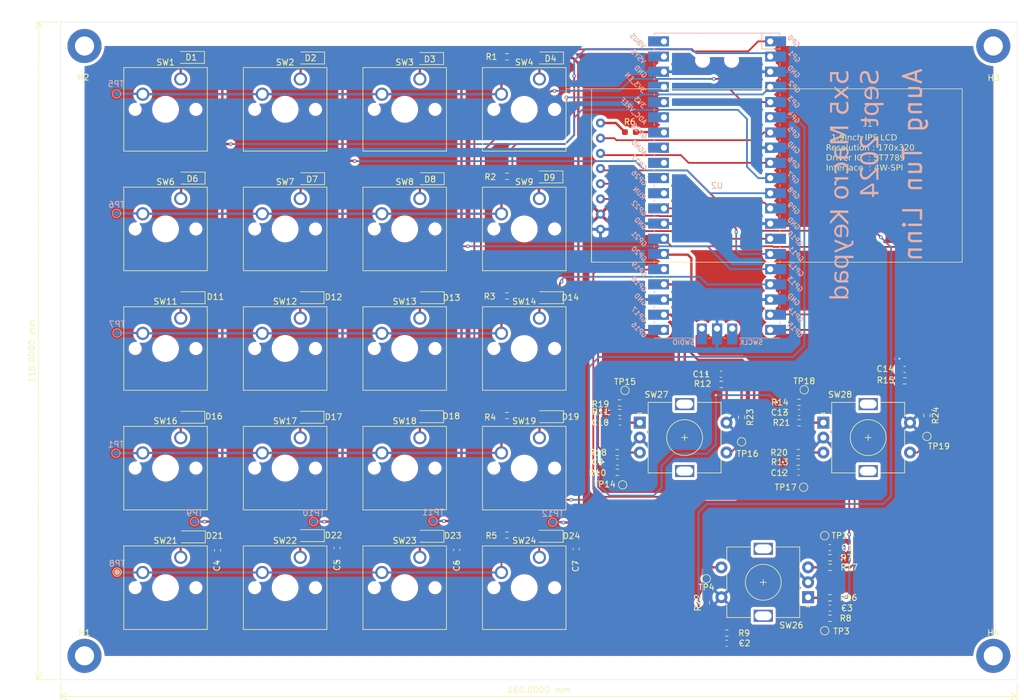
<source format=kicad_pcb>
(kicad_pcb (version 20240108) (generator "pcbnew") (generator_version "8.0")
  (layers (0 "F.Cu" signal) (31 "B.Cu" signal) (34 "B.Paste" user) (35 "F.Paste" user) (36 "B.SilkS" user "B.Silkscreen") (37 "F.SilkS" user "F.Silkscreen") (38 "B.Mask" user) (39 "F.Mask" user) (44 "Edge.Cuts" user))
  (net 0 "")
  (net 1 "C1")
  (net 2 "Net-(D1-A)")
  (net 3 "Ro1_B")
  (net 4 "C2")
  (net 5 "Net-(D2-A)")
  (net 6 "GND")
  (net 7 "C3")
  (net 8 "Net-(D3-A)")
  (net 9 "C4")
  (net 11 "Net-(D4-A)")
  (net 14 "Net-(D6-A)")
  (net 15 "Net-(D7-A)")
  (net 16 "Net-(D8-A)")
  (net 18 "Net-(D9-A)")
  (net 19 "Net-(D11-A)")
  (net 20 "Net-(D12-A)")
  (net 21 "Net-(D13-A)")
  (net 22 "Ro1_S1")
  (net 23 "Ro1_A")
  (net 27 "Net-(D14-A)")
  (net 28 "Net-(D16-A)")
  (net 29 "Net-(D17-A)")
  (net 30 "Net-(D18-A)")
  (net 31 "Net-(D19-A)")
  (net 32 "Net-(D21-A)")
  (net 33 "Net-(D22-A)")
  (net 34 "Net-(D23-A)")
  (net 35 "Net-(D24-A)")
  (net 36 "R1")
  (net 37 "Net-(R1-Pad2)")
  (net 38 "Net-(R2-Pad2)")
  (net 39 "R2")
  (net 40 "R3")
  (net 41 "Net-(R3-Pad2)")
  (net 42 "R4")
  (net 43 "Net-(R4-Pad2)")
  (net 44 "R5")
  (net 45 "Net-(R5-Pad2)")
  (net 46 "LCD_CS")
  (net 47 "LCD_RESET")
  (net 48 "LCD_SCL")
  (net 49 "LCD_DS")
  (net 50 "Ro2_B")
  (net 51 "Ro2_A")
  (net 52 "Ro2_S1")
  (net 53 "3V3")
  (net 54 "Net-(J1-BLK)")
  (net 55 "LCD_MOSI")
  (net 56 "Ro3_B")
  (net 57 "Ro3_A")
  (net 58 "Ro3_S1")
  (net 59 "Net-(U2-GPIO16)")
  (net 60 "Net-(U2-GPIO17)")
  (net 61 "Net-(U2-GPIO19)")
  (net 62 "Net-(U2-GPIO18)")
  (net 63 "Net-(U2-GPIO21)")
  (net 64 "Net-(U2-GPIO20)")
  (net 65 "Net-(U2-GPIO22)")
  (net 67 "Net-(U2-GPIO28_ADC2)")
  (net 68 "Net-(U2-GPIO15)")
  (net 69 "Net-(U2-GPIO14)")
  (footprint "Capacitor_SMD:C_0603_1608Metric_Pad1.08x0.95mm_HandSolder" (layer "F.Cu") (at 142.9125 93.8 180)
    (property "Reference" "C12")
    (property "Value" "10nF" (hide yes))
  )
  (footprint "Resistor_SMD:R_0603_1608Metric_Pad0.98x0.95mm_HandSolder" (layer "F.Cu") (at 148.2125 108.1)
    (property "Reference" "R7")
    (property "Value" "3K3" (hide yes))
  )
  (footprint "Resistor_SMD:R_0603_1608Metric_Pad0.98x0.95mm_HandSolder" (layer "F.Cu") (at 94.15 24.3 180)
    (property "Reference" "R1")
    (property "Value" "10K" (hide yes))
  )
  (footprint "Capacitor_SMD:C_0603_1608Metric_Pad1.08x0.95mm_HandSolder" (layer "F.Cu") (at 85.75 106.7625 -90)
    (property "Reference" "C6")
    (property "Value" "1nF" (hide yes))
  )
  (footprint "Button_Switch_Keyboard:SW_Cherry_MX_1.00u_PCB_3D" (layer "F.Cu") (at 59.59 108.02)
    (property "Reference" "SW22")
    (property "Value" "SW_Push")
  )
  (footprint "Resistor_SMD:R_0603_1608Metric_Pad0.98x0.95mm_HandSolder" (layer "F.Cu") (at 112.9875 82.2)
    (property "Reference" "R19")
    (property "Value" "330" (hide yes))
  )
  (footprint "Button_Switch_Keyboard:SW_Cherry_MX_1.00u_PCB_3D" (layer "F.Cu") (at 59.59 88.02)
    (property "Reference" "SW17")
    (property "Value" "SW_Push")
  )
  (footprint "Resistor_SMD:R_0603_1608Metric_Pad0.98x0.95mm_HandSolder" (layer "F.Cu") (at 143.0125 85.5)
    (property "Reference" "R21")
    (property "Value" "330" (hide yes))
  )
  (footprint "Resistor_SMD:R_0603_1608Metric_Pad0.98x0.95mm_HandSolder" (layer "F.Cu") (at 133.4 84.6 -90)
    (property "Reference" "R23")
    (property "Value" "330" (hide yes))
  )
  (footprint "Button_Switch_Keyboard:SW_Cherry_MX_1.00u_PCB_3D" (layer "F.Cu") (at 79.59 88.02)
    (property "Reference" "SW18")
    (property "Value" "SW_Push")
  )
  (footprint "MountingHole:MountingHole_3.2mm_M3_ISO7380_Pad" (layer "F.Cu") (at 23.5 124.5)
    (property "Reference" "H1")
    (property "Value" "MountingHole")
  )
  (footprint "Resistor_SMD:R_0603_1608Metric_Pad0.98x0.95mm_HandSolder" (layer "F.Cu") (at 130.9125 120.7)
    (property "Reference" "R9")
    (property "Value" "3K3" (hide yes))
  )
  (footprint "Capacitor_SMD:C_0603_1608Metric_Pad1.08x0.95mm_HandSolder" (layer "F.Cu") (at 45.75 106.8625 -90)
    (property "Reference" "C4")
    (property "Value" "1nF" (hide yes))
  )
  (footprint "Library:RotaryEncoder_Alps_EC11E-Switch_Vertical_H20mm_3D" (layer "F.Cu") (at 147.075 85.5)
    (property "Reference" "SW28")
    (property "Value" "RotaryEncoder 1")
  )
  (footprint "Diode_SMD:D_SOD-123" (layer "F.Cu") (at 81.2 24.6 180)
    (property "Reference" "D3")
    (property "Value" "1N4148W" (hide yes))
  )
  (footprint "Diode_SMD:D_SOD-123" (layer "F.Cu") (at 61.3 24.5 180)
    (property "Reference" "D2")
    (property "Value" "1N4148W" (hide yes))
  )
  (footprint "Resistor_SMD:R_0603_1608Metric_Pad0.98x0.95mm_HandSolder" (layer "F.Cu") (at 164.4 84.3 -90)
    (property "Reference" "R24")
    (property "Value" "330" (hide yes))
  )
  (footprint "TestPoint:TestPoint_Pad_D1.0mm" (layer "F.Cu") (at 127.5 111.6 180)
    (property "Reference" "TP4")
    (property "Value" "TestPoint" (hide yes))
  )
  (footprint "Button_Switch_Keyboard:SW_Cherry_MX_1.00u_PCB_3D" (layer "F.Cu") (at 99.59 108.02)
    (property "Reference" "SW24")
    (property "Value" "SW_Push")
  )
  (footprint "Resistor_SMD:R_0603_1608Metric_Pad0.98x0.95mm_HandSolder" (layer "F.Cu") (at 113.0125 83.8 180)
    (property "Reference" "R11")
    (property "Value" "3K3" (hide yes))
  )
  (footprint "Diode_SMD:D_SOD-123" (layer "F.Cu") (at 61.3 44.7 180)
    (property "Reference" "D7")
    (property "Value" "1N4148W" (hide yes))
  )
  (footprint "TestPoint:TestPoint_Pad_D1.0mm" (layer "F.Cu") (at 113.9 80.1)
    (property "Reference" "TP15")
    (property "Value" "TestPoint" (hide yes))
  )
  (footprint "Resistor_SMD:R_0603_1608Metric_Pad0.98x0.95mm_HandSolder" (layer "F.Cu") (at 142.8875 92.1 180)
    (property "Reference" "R13")
    (property "Value" "3K3" (hide yes))
  )
  (footprint "Library:RotaryEncoder_Alps_EC11E-Switch_Vertical_H20mm_3D" (layer "F.Cu") (at 144.525 114.7 180)
    (property "Reference" "SW26")
    (property "Value" "RotaryEncoder 3")
  )
  (footprint "TestPoint:TestPoint_Pad_D1.0mm" (layer "F.Cu") (at 147.3 104.4 180)
    (property "Reference" "TP2")
    (property "Value" "TestPoint" (hide yes))
  )
  (footprint "Diode_SMD:D_SOD-123" (layer "F.Cu") (at 81.3 64.6 180)
    (property "Reference" "D13")
    (property "Value" "1N4148W" (hide yes))
  )
  (footprint "Button_Switch_Keyboard:SW_Cherry_MX_1.00u_PCB_3D" (layer "F.Cu") (at 39.59 48.02)
    (property "Reference" "SW6")
    (property "Value" "SW_Push")
  )
  (footprint "Button_Switch_Keyboard:SW_Cherry_MX_1.00u_PCB_3D" (layer "F.Cu") (at 99.59 88.02)
    (property "Reference" "SW19")
    (property "Value" "SW_Push")
  )
  (footprint "Resistor_SMD:R_0603_1608Metric_Pad0.98x0.95mm_HandSolder" (layer "F.Cu") (at 114.8 36.9)
    (property "Reference" "R6")
    (property "Value" "0" (hide yes))
  )
  (footprint "TestPoint:TestPoint_Pad_D1.0mm" (layer "F.Cu") (at 133.4 88.7)
    (property "Reference" "TP16")
    (property "Value" "TestPoint" (hide yes))
  )
  (footprint "Resistor_SMD:R_0603_1608Metric_Pad0.98x0.95mm_HandSolder" (layer "F.Cu") (at 94.15 64.3 180)
    (property "Reference" "R3")
    (property "Value" "10K" (hide yes))
  )
  (footprint "Resistor_SMD:R_0603_1608Metric_Pad0.98x0.95mm_HandSolder" (layer "F.Cu") (at 94.15 104.3 180)
    (property "Reference" "R5")
    (property "Value" "10K" (hide yes))
  )
  (footprint "TestPoint:TestPoint_Pad_D1.0mm" (layer "F.Cu") (at 143.875 80)
    (property "Reference" "TP18")
    (property "Value" "TestPoint" (hide yes))
  )
  (footprint "Capacitor_SMD:C_0603_1608Metric_Pad1.08x0.95mm_HandSolder" (layer "F.Cu") (at 148.1625 116.5125)
    (property "Reference" "C3")
    (property "Value" "10nF" (hide yes))
  )
  (footprint "Button_Switch_Keyboard:SW_Cherry_MX_1.00u_PCB_3D" (layer "F.Cu") (at 99.59 28.02)
    (property "Reference" "SW4")
    (property "Value" "SW_Push")
  )
  (footprint "Diode_SMD:D_SOD-123" (layer "F.Cu") (at 61.25 104.4 180)
    (property "Reference" "D22")
    (property "Value" "1N4148W" (hide yes))
  )
  (footprint "Capacitor_SMD:C_0603_1608Metric_Pad1.08x0.95mm_HandSolder" (layer "F.Cu") (at 65.75 106.4625 -90)
    (property "Reference" "C5")
    (property "Value" "1nF" (hide yes))
  )
  (footprint "TestPoint:TestPoint_Pad_D1.0mm" (layer "F.Cu") (at 113.5 95.9)
    (property "Reference" "TP14")
    (property "Value" "TestPoint" (hide yes))
  )
  (footprint "Button_Switch_Keyboard:SW_Cherry_MX_1.00u_PCB_3D" (layer "F.Cu") (at 99.59 68.02)
    (property "Reference" "SW14")
    (property "Value" "SW_Push")
  )
  (footprint "MountingHole:MountingHole_3.2mm_M3_ISO7380_Pad" (layer "F.Cu") (at 23.5 22.5)
    (property "Reference" "H2")
    (property "Value" "MountingHole")
  )
  (footprint "Capacitor_SMD:C_0603_1608Metric_Pad1.08x0.95mm_HandSolder" (layer "F.Cu") (at 113.0375 85.4 180)
    (property "Reference" "C10")
    (property "Value" "10nF" (hide yes))
  )
  (footprint "Resistor_SMD:R_0603_1608Metric_Pad0.98x0.95mm_HandSolder" (layer "F.Cu") (at 94.15 44.3 180)
    (property "Reference" "R2")
    (property "Value" "10K" (hide yes))
  )
  (footprint "TestPoint:TestPoint_Pad_D1.0mm" (layer "F.Cu") (at 164.4 87.8)
    (property "Reference" "TP19")
    (property "Value" "TestPoint" (hide yes))
  )
  (footprint "Diode_SMD:D_SOD-123" (layer "F.Cu") (at 41.35 104.6 180)
    (property "Reference" "D21")
    (property "Value" "1N4148W" (hide yes))
  )
  (footprint "Button_Switch_Keyboard:SW_Cherry_MX_1.00u_PCB_3D" (layer "F.Cu") (at 99.59 48.02)
    (property "Reference" "SW9")
    (property "Value" "SW_Push")
  )
  (footprint "Diode_SMD:D_SOD-123" (layer "F.Cu") (at 101.25 64.6 180)
    (property "Reference" "D14")
    (property "Value" "1N4148W" (hide yes))
  )
  (footprint "Diode_SMD:D_SOD-123" (layer "F.Cu") (at 81.3 44.7 180)
    (property "Reference" "D8")
    (property "Value" "1N4148W" (hide yes))
  )
  (footprint "Button_Switch_Keyboard:SW_Cherry_MX_1.00u_PCB_3D" (layer "F.Cu") (at 39.59 88.02)
    (property "Reference" "SW16")
    (property "Value" "SW_Push")
  )
  (footprint "Diode_SMD:D_SOD-123" (layer "F.Cu") (at 81.2 84.5 180)
    (property "Reference" "D18")
    (property "Value" "1N4148W" (hide yes))
  )
  (footprint "Diode_SMD:D_SOD-123" (layer "F.Cu") (at 61.2 64.6 180)
    (property "Reference" "D12")
    (property "Value" "1N4148W" (hide yes))
  )
  (footprint "Diode_SMD:D_SOD-123" (layer "F.Cu") (at 41.3 44.6 180)
    (property "Reference" "D6")
    (property "Value" "1N4148W" (hide yes))
  )
  (footprint "Button_Switch_Keyboard:SW_Cherry_MX_1.00u_PCB_3D" (layer "F.Cu") (at 79.59 108.02)
    (property "Reference" "SW23")
    (property "Value" "SW_Push")
  )
  (footprint "Button_Switch_Keyboard:SW_Cherry_MX_1.00u_PCB" (layer "F.Cu") (at 39.59 28.02)
    (property "Reference" "SW1")
    (property "Value" "SW_Push")
  )
  (footprint "Capacitor_SMD:C_0603_1608Metric_Pad1.08x0.95mm_HandSolder" (layer "F.Cu") (at 105.75 106.6375 -90)
    (property "Reference" "C7")
    (property "Value" "1nF" (hide yes))
  )
  (footprint "Button_Switch_Keyboard:SW_Cherry_MX_1.00u_PCB_3D" (layer "F.Cu") (at 79.59 68.02)
    (property "Reference" "SW13")
    (property "Value" "SW_Push")
  )
  (footprint "Resistor_SMD:R_0603_1608Metric_Pad0.98x0.95mm_HandSolder" (layer "F.Cu") (at 142.9875 82.1 180)
    (property "Reference" "R14")
    (property "Value" "3K3" (hide yes))
  )
  (footprint "Resistor_SMD:R_0603_1608Metric_Pad0.98x0.95mm_HandSolder" (layer "F.Cu") (at 112.6125 93.8 180)
    (property "Reference" "R10")
    (property "Value" "3K3" (hide yes))
  )
  (footprint "Diode_SMD:D_SOD-123" (layer "F.Cu") (at 101.25 84.5 180)
    (property "Reference" "D19")
    (property "Value" "1N4148W" (hide yes))
  )
  (footprint "Diode_SMD:D_SOD-123" (layer "F.Cu") (at 41.25 84.6 180)
    (property "Reference" "D16")
    (property "Value" "1N4148W" (hide yes))
  )
  (footprint "Resistor_SMD:R_0603_1608Metric_Pad0.98x0.95mm_HandSolder" (layer "F.Cu") (at 127.5 115.6125 90)
    (property "Reference" "R22")
    (property "Value" "330" (hide yes))
  )
  (footprint "Resistor_SMD:R_0603_1608Metric_Pad0.98x0.95mm_HandSolder" (layer "F.Cu") (at 148.1875 114.8 180)
    (property "Reference" "R16")
    (property "Value" "330" (hide yes))
  )
  (footprint "ST7789:st7789_1.9inch" (layer "F.Cu") (at 109.8 53.16 90)
    (property "Reference" "J1")
    (property "Value" "~")
  )
  (footprint "Capacitor_SMD:C_0603_1608Metric_Pad1.08x0.95mm_HandSolder" (layer "F.Cu") (at 148.1625 106.4)
    (property "Reference" "C1")
    (property "Value" "10nF" (hide yes))
  )
  (footprint "Button_Switch_Keyboard:SW_Cherry_MX_1.00u_PCB_3D" (layer "F.Cu") (at 39.59 68.02)
    (property "Reference" "SW11")
    (property "Value" "SW_Push")
  )
  (footprint "Diode_SMD:D_SOD-123" (layer "F.Cu") (at 101.15 44.4 180)
    (property "Reference" "D9")
    (property "Value" "1N4148W" (hide yes))
  )
  (footprint "Capacitor_SMD:C_0603_1608Metric_Pad1.08x0.95mm_HandSolder" (layer "F.Cu") (at 112.6375 92.1 180)
    (property "Reference" "C9")
    (property "Value" "10nF" (hide yes))
  )
  (footprint "Capacitor_SMD:C_0603_1608Metric_Pad1.08x0.95mm_HandSolder" (layer "F.Cu") (at 129.9375 77.4 180)
    (property "Reference" "C11")
    (property "Value" "10nF" (hide yes))
  )
  (footprint "Button_Switch_Keyboard:SW_Cherry_MX_1.00u_PCB_3D" (layer "F.Cu") (at 39.59 108.02)
    (property "Reference" "SW21")
    (property "Value" "SW_Push")
  )
  (footprint "Diode_SMD:D_SOD-123" (layer "F.Cu") (at 41.2 24.4 180)
    (property "Reference" "D1")
    (property "Value" "1N4148W" (hide yes))
  )
  (footprint "Library:RotaryEncoder_Alps_EC11E-Switch_Vertical_H20mm_3D" (layer "F.Cu") (at 116.375 85.5)
    (property "Reference" "SW27")
    (property "Value" "RotaryEncoder 2")
  )
  (footprint "Capacitor_SMD:C_0603_1608Metric_Pad1.08x0.95mm_HandSolder" (layer "F.Cu") (at 143.0125 83.8 180)
    (property "Reference" "C13")
    (property "Value" "10nF" (hide yes))
  )
  (footprint "MountingHole:MountingHole_3.2mm_M3_ISO7380_Pad" (layer "F.Cu") (at 175.5 124.5)
    (property "Reference" "H4")
    (property "Value" "MountingHole")
  )
  (footprint "Button_Switch_Keyboard:SW_Cherry_MX_1.00u_PCB_3D" (layer "F.Cu") (at 59.59 28.02)
    (property "Reference" "SW2")
    (property "Value" "SW_Push")
  )
  (footprint "Diode_SMD:D_SOD-123" (layer "F.Cu") (at 101.25 24.5 180)
    (property "Reference" "D4")
    (property "Value" "1N4148W" (hide yes))
  )
  (footprint "Button_Switch_Keyboard:SW_Cherry_MX_1.00u_PCB_3D" (layer "F.Cu") (at 59.59 48.02)
    (property "Reference" "SW7")
    (property "Value" "SW_Push")
  )
  (footprint "Diode_SMD:D_SOD-123" (layer "F.Cu") (at 41.3 64.6 180)
    (property "Reference" "D11")
    (property "Value" "1N4148W" (hide yes))
  )
  (footprint "Button_Switch_Keyboard:SW_Cherry_MX_1.00u_PCB_3D" (layer "F.Cu") (at 79.59 48.02)
    (property "Reference" "SW8")
    (property "Value" "SW_Push")
  )
  (footprint "Button_Switch_Keyboard:SW_Cherry_MX_1.00u_PCB_3D" (layer "F.Cu") (at 59.59 68.02)
    (property "Reference" "SW12")
    (property "Value" "SW_Push")
  )
  (footprint "Button_Switch_Keyboard:SW_Cherry_MX_1.00u_PCB_3D" (layer "F.Cu") (at 79.59 28.02)
    (property "Reference" "SW3")
    (property "Value" "SW_Push")
  )
  (footprint "MountingHole:MountingHole_3.2mm_M3_ISO7380_Pad" (layer "F.Cu") (at 175.5 22.5)
    (property "Reference" "H3")
    (property "Value" "MountingHole")
  )
  (footprint "TestPoint:TestPoint_Pad_D1.0mm" (layer "F.Cu") (at 28.95 110.5)
    (property "Reference" "TP8")
    (property "Value" "TestPoint" (hide yes))
  )
  (footprint "Resistor_SMD:R_0603_1608Metric_Pad0.98x0.95mm_HandSolder" (layer "F.Cu") (at 160.6875 78.5 180)
    (property "Reference" "R15")
    (property "Value" "3K3" (hide yes))
  )
  (footprint "Resistor_SMD:R_0603_1608Metric_Pad0.98x0.95mm_HandSolder" (layer "F.Cu") (at 94.15 84.3 180)
    (property "Reference" "R4")
    (property "Value" "10K" (hide yes))
  )
  (footprint "Resistor_SMD:R_0603_1608Metric_Pad0.98x0.95mm_HandSolder" (layer "F.Cu") (at 148.2125 109.7 180)
    (property "Reference" "R17")
    (property "Value" "330" (hide yes))
  )
  (footprint "Capacitor_SMD:C_0603_1608Metric_Pad1.08x0.95mm_HandSolder" (layer "F.Cu") (at 160.6625 76.6 180)
    (property "Reference" "C14")
    (property "Value" "10nF" (hide yes))
  )
  (footprint "Resistor_SMD:R_0603_1608Metric_Pad0.98x0.95mm_HandSolder" (layer "F.Cu") (at 142.8875 90.5)
    (property "Reference" "R20")
    (property "Value" "330" (hide yes))
  )
  (footprint "Resistor_SMD:R_0603_1608Metric_Pad0.98x0.95mm_HandSolder" (layer "F.Cu") (at 112.6 90.5)
    (property "Reference" "R18")
    (property "Value" "330" (hide yes))
  )
  (footprint "Resistor_SMD:R_0603_1608Metric_Pad0.98x0.95mm_HandSolder" (layer "F.Cu") (at 148.1875 118.2125)
    (property "Reference" "R8")
    (property "Value" "3K3" (hide yes))
  )
  (footprint "Diode_SMD:D_SOD-123" (layer "F.Cu") (at 81.25 104.5 180)
    (property "Reference" "D23")
    (property "Value" "1N4148W" (hide yes))
  )
  (footprint "TestPoint:TestPoint_Pad_D1.0mm" (layer "F.Cu") (at 143.775 96.3)
    (property "Reference" "TP17")
    (property "Value" "TestPoint" (hide yes))
  )
  (footprint "Diode_SMD:D_SOD-123" (layer "F.Cu") (at 101.2 104.5 180)
    (property "Reference" "D24")
    (property "Value" "1N4148W" (hide yes))
  )
  (footprint "Capacitor_SMD:C_0603_1608Metric_Pad1.08x0.95mm_HandSolder" (layer "F.Cu") (at 130.9 122.4)
    (property "Reference" "C2")
    (property "Value" "10nF" (hide yes))
  )
  (footprint "Resistor_SMD:R_0603_1608Metric_Pad0.98x0.95mm_HandSolder" (layer "F.Cu") (at 129.9875 79.1 180)
    (property "Reference" "R12")
    (property "Value" "3K3" (hide yes))
  )
  (footprint "Diode_SMD:D_SOD-123" (layer "F.Cu") (at 61.2 84.6 180)
    (property "Reference" "D17")
    (property "Value" "1N4148W" (hide yes))
  )
  (footprint "TestPoint:TestPoint_Pad_D1.0mm" (layer "F.Cu") (at 147.3 120.3 180)
    (property "Reference" "TP3")
    (property "Value" "TestPoint" (hide yes))
  )
  (footprint "TestPoint:TestPoint_Pad_D1.0mm" (layer "B.Cu") (at 61.8 102.05 180)
    (property "Reference" "TP10")
    (property "Value" "TestPoint" (hide yes))
  )
  (footprint "TestPoint:TestPoint_Pad_D1.0mm" (layer "B.Cu") (at 101.8 102.15 180)
    (property "Reference" "TP12")
    (property "Value" "TestPoint" (hide yes))
  )
  (footprint "TestPoint:TestPoint_Pad_D1.0mm" (layer "B.Cu") (at 28.85 30.5 180)
    (property "Reference" "TP5")
    (property "Value" "TestPoint" (hide yes))
  )
  (footprint "TestPoint:TestPoint_Pad_D1.0mm" (layer "B.Cu") (at 41.9 102.05 180)
    (property "Reference" "TP9")
    (property "Value" "TestPoint" (hide yes))
  )
  (footprint "TestPoint:TestPoint_Pad_D1.0mm" (layer "B.Cu") (at 28.85 50.5 180)
    (property "Reference" "TP6")
    (property "Value" "TestPoint" (hide yes))
  )
  (footprint "MCU_RaspberryPi_and_Boards:RPi_Pico_SMD_TH" (layer "B.Cu") (at 129.3 45.855 180)
    (property "Reference" "U2")
    (property "Value" "Pico")
  )
  (footprint "TestPoint:TestPoint_Pad_D1.0mm" (layer "B.Cu") (at 81.8 101.95 180)
    (property "Reference" "TP11")
    (property "Value" "TestPoint" (hide yes))
  )
  (footprint "TestPoint:TestPoint_Pad_D1.0mm" (layer "B.Cu") (at 28.95 70.5 180)
    (property "Reference" "TP7")
    (property "Value" "TestPoint" (hide yes))
  )
  (footprint "TestPoint:TestPoint_Pad_D1.0mm" (layer "B.Cu") (at 28.75 90.6 180)
    (property "Reference" "TP1")
    (property "Value" "TestPoint" (hide yes))
  )
  (gr_line (start 108.3 29.66) (end 104.05 29.65) (stroke (width 0.1)) (layer "F.SilkS"))
  (gr_line (start 19.5 18.5) (end 19.5 128.5) (stroke (width 0.05)) (layer "Edge.Cuts"))
  (gr_line (start 19.5 128.5) (end 179.5 128.5) (stroke (width 0.05)) (layer "Edge.Cuts"))
  (gr_line (start 19.5 18.5) (end 179.5 18.5) (stroke (width 0.05)) (layer "Edge.Cuts"))
  (gr_line (start 179.5 18.5) (end 179.5 128.5) (stroke (width 0.05)) (layer "Edge.Cuts"))
  (gr_text "Aung Tun Linn\n" (at 163.8 26 90) (layer "B.SilkS") (effects (font (size 3 3) (thickness 0.4) (bold yes)) (justify left bottom mirror)))
  (gr_text "5x5 Macro Keypad\nSept 2024\n" (at 156.8 26.4 90) (layer "B.SilkS") (effects (font (size 3 3) (thickness 0.1)) (justify left bottom mirror)))
  (gr_text "  1.9Inch IPS LCD\nResolution : 170x320\nDriver IC  : ST7789\nInterface  : 4W-SPI" (at 147.5 43.5 0) (layer "F.SilkS") (effects (font (size 1 1) (thickness 0.25)) (justify left bottom)))
  (dimension (type aligned) (layer "F.SilkS") (pts (xy 19.5 18.5) (xy 19.4 128.5)) (height 3.649788) (gr_text "110.0000 mm" (at 14.700214 73.495682 89.94791294) (layer "F.SilkS") (effects (font (size 1 1) (thickness 0.1)))) (format (prefix "") (suffix "") (units 3) (units_format 1) (precision 4)) (style (thickness 0.1) (arrow_length 1.27) (text_position_mode 0) (extension_height 0.58642) (extension_offset 0.5) keep_text_aligned))
  (dimension (type aligned) (layer "F.SilkS") (pts (xy 19.5 128.5) (xy 179.5 128.5)) (height 2.8) (gr_text "160.0000 mm" (at 99.5 130.2 0) (layer "F.SilkS") (effects (font (size 1 1) (thickness 0.1)))) (format (prefix "") (suffix "") (units 3) (units_format 1) (precision 4)) (style (thickness 0.1) (arrow_length 1.27) (text_position_mode 0) (extension_height 0.58642) (extension_offset 0.5) keep_text_aligned))
  (segment (start 46.55 64.4) (end 46.55 84.4) (width 0.4) (layer "F.Cu") (net 1))
  (segment (start 42.95 64.6) (end 46.35 64.6) (width 0.4) (layer "F.Cu") (net 1))
  (segment (start 46.35 64.6) (end 46.55 64.4) (width 0.4) (layer "F.Cu") (net 1))
  (segment (start 45.55 24.4) (end 46.55 25.4) (width 0.4) (layer "F.Cu") (net 1))
  (segment (start 45.75 106) (end 45.75 104.6) (width 0.4) (layer "F.Cu") (net 1))
  (segment (start 42.95 44.6) (end 46.55 44.6) (width 0.4) (layer "F.Cu") (net 1))
  (segment (start 46.55 38.9) (end 46.55 44.6) (width 0.4) (layer "F.Cu") (net 1))
  (segment (start 46.55 104.6) (end 45.75 104.6) (width 0.4) (layer "F.Cu") (net 1))
  (segment (start 46.55 102.05) (end 46.55 104.6) (width 0.4) (layer "F.Cu") (net 1))
  (segment (start 45.15 104.6) (end 44.15 104.6) (width 0.4) (layer "F.Cu") (net 1))
  (segment (start 46.35 84.6) (end 46.55 84.4) (width 0.4) (layer "F.Cu") (net 1))
  (segment (start 43.6 102.05) (end 46.55 102.05) (width 0.4) (layer "F.Cu") (net 1))
  (segment (start 42.85 24.4) (end 45.55 24.4) (width 0.4) (layer "F.Cu") (net 1))
  (segment (start 46.55 84.4) (end 46.55 102.05) (width 0.4) (layer "F.Cu") (net 1))
  (segment (start 45.75 104.6) (end 45.15 104.6) (width 0.4) (layer "F.Cu") (net 1))
  (segment (start 43 104.6) (end 44.15 104.6) (width 0.4) (layer "F.Cu") (net 1))
  (segment (start 46.55 25.4) (end 46.55 38.9) (width 0.4) (layer "F.Cu") (net 1))
  (segment (start 47.95 38.9) (end 46.55 38.9) (width 0.4) (layer "F.Cu") (net 1))
  (segment (start 42.9 84.6) (end 46.35 84.6) (width 0.4) (layer "F.Cu") (net 1))
  (segment (start 46.55 44.6) (end 46.55 64.4) (width 0.4) (layer "F.Cu") (net 1))
  (via (at 47.95 38.9) (size 0.6) (drill 0.3) (layers "F.Cu" "B.Cu") (net 1))
  (via (at 43.6 102.05) (size 0.6) (drill 0.3) (layers "F.Cu" "B.Cu") (net 1))
  (segment (start 136.2 44.6) (end 138.175 44.6) (width 0.3) (layer "B.Cu") (net 1))
  (segment (start 138.175 44.6) (end 138.19 44.585) (width 0.3) (layer "B.Cu") (net 1))
  (segment (start 134.3 34.7) (end 134.3 42.7) (width 0.3) (layer "B.Cu") (net 1))
  (segment (start 134.3 42.7) (end 136.2 44.6) (width 0.3) (layer "B.Cu") (net 1))
  (segment (start 105.4 37.4) (end 105.4 34.5) (width 0.3) (layer "B.Cu") (net 1))
  (segment (start 47.95 38.9) (end 103.9 38.9) (width 0.3) (layer "B.Cu") (net 1))
  (segment (start 106.8 33.175) (end 132.775 33.175) (width 0.3) (layer "B.Cu") (net 1))
  (segment (start 41.9 102.05) (end 43.6 102.05) (width 0.4) (layer "B.Cu") (net 1))
  (segment (start 105.4 34.5) (end 106.725 33.175) (width 0.3) (layer "B.Cu") (net 1))
  (segment (start 106.725 33.175) (end 106.8 33.175) (width 0.3) (layer "B.Cu") (net 1))
  (segment (start 132.775 33.175) (end 134.3 34.7) (width 0.3) (layer "B.Cu") (net 1))
  (segment (start 103.9 38.9) (end 105.4 37.4) (width 0.3) (layer "B.Cu") (net 1))
  (segment (start 39.59 24.44) (end 39.55 24.4) (width 0.4) (layer "F.Cu") (net 2))
  (segment (start 39.59 28.02) (end 39.59 24.44) (width 0.4) (layer "F.Cu") (net 2))
  (segment (start 147.3 106.4) (end 147.3 109.7) (width 0.4) (layer "F.Cu") (net 3))
  (segment (start 147.3 109.7) (end 144.525 109.7) (width 0.4) (layer "F.Cu") (net 3))
  (segment (start 147.3 104.4) (end 147.3 106.4) (width 0.4) (layer "F.Cu") (net 3))
  (segment (start 66.65 44.7) (end 66.65 64.7) (width 0.4) (layer "F.Cu") (net 4))
  (segment (start 62.95 44.7) (end 66.65 44.7) (width 0.3) (layer "F.Cu") (net 4))
  (segment (start 68.7 41.75) (end 68.65 41.7) (width 0.4) (layer "F.Cu") (net 4))
  (segment (start 66.65 84.6) (end 66.65 102.05) (width 0.4) (layer "F.Cu") (net 4))
  (segment (start 65.75 104.4) (end 65.75 105.6) (width 0.4) (layer "F.Cu") (net 4))
  (segment (start 66.65 41.3) (end 66.65 44.7) (width 0.4) (layer "F.Cu") (net 4))
  (segment (start 62.85 64.6) (end 66.55 64.6) (width 0.3) (layer "F.Cu") (net 4))
  (segment (start 68.65 41.7) (end 66.65 41.7) (width 0.4) (layer "F.Cu") (net 4))
  (segment (start 66.65 104.3) (end 66.55 104.4) (width 0.4) (layer "F.Cu") (net 4))
  (segment (start 66.65 41.7) (end 66.65 41.3) (width 0.4) (layer "F.Cu") (net 4))
  (segment (start 66.55 104.4) (end 65.75 104.4) (width 0.4) (layer "F.Cu") (net 4))
  (segment (start 62.9 104.4) (end 64.15 104.4) (width 0.4) (layer "F.Cu") (net 4))
  (segment (start 65.25 24.5) (end 66.65 25.9) (width 0.4) (layer "F.Cu") (net 4))
  (segment (start 66.65 25.9) (end 66.65 41.3) (width 0.4) (layer "F.Cu") (net 4))
  (segment (start 66.65 64.7) (end 66.65 84.6) (width 0.4) (layer "F.Cu") (net 4))
  (segment (start 62.95 24.5) (end 65.25 24.5) (width 0.4) (layer "F.Cu") (net 4))
  (segment (start 65.35 104.4) (end 64.15 104.4) (width 0.4) (layer "F.Cu") (net 4))
  (segment (start 66.65 102.05) (end 66.65 104.3) (width 0.4) (layer "F.Cu") (net 4))
  (segment (start 66.55 64.6) (end 66.65 64.7) (width 0.3) (layer "F.Cu") (net 4))
  (segment (start 62.85 84.6) (end 66.65 84.6) (width 0.3) (layer "F.Cu") (net 4))
  (segment (start 65.75 104.4) (end 65.35 104.4) (width 0.4) (layer "F.Cu") (net 4))
  (segment (start 63.6 102.05) (end 66.65 102.05) (width 0.4) (layer "F.Cu") (net 4))
  (via (at 63.6 102.05) (size 0.6) (drill 0.3) (layers "F.Cu" "B.Cu") (net 4))
  (via (at 68.7 41.75) (size 0.6) (drill 0.3) (layers "F.Cu" "B.Cu") (net 4))
  (segment (start 115.65 41.75) (end 117.2 43.3) (width 0.3) (layer "B.Cu") (net 4))
  (segment (start 68.7 41.75) (end 115.65 41.75) (width 0.3) (layer "B.Cu") (net 4))
  (segment (start 128.125 47.125) (end 138.19 47.125) (width 0.3) (layer "B.Cu") (net 4))
  (segment (start 61.8 102.05) (end 63.6 102.05) (width 0.4) (layer "B.Cu") (net 4))
  (segment (start 124.3 43.3) (end 128.125 47.125) (width 0.3) (layer "B.Cu") (net 4))
  (segment (start 117.2 43.3) (end 124.3 43.3) (width 0.3) (layer "B.Cu") (net 4))
  (segment (start 59.65 24.5) (end 59.65 27.96) (width 0.4) (layer "F.Cu") (net 5))
  (segment (start 59.65 27.96) (end 59.59 28.02) (width 0.4) (layer "F.Cu") (net 5))
  (segment (start 129.075 77.4) (end 127.6 77.4) (width 0.4) (layer "F.Cu") (net 6))
  (segment (start 131.7625 122.4) (end 133.4 122.4) (width 0.4) (layer "F.Cu") (net 6))
  (segment (start 149.025 106.4) (end 150.5 106.4) (width 0.4) (layer "F.Cu") (net 6))
  (segment (start 85.75 107.625) (end 85.75 108.8) (width 0.4) (layer "F.Cu") (net 6))
  (segment (start 65.75 107.325) (end 65.75 108.7) (width 0.4) (layer "F.Cu") (net 6))
  (segment (start 142.15 83.8) (end 140.575 83.8) (width 0.4) (layer "F.Cu") (net 6))
  (segment (start 142.05 93.8) (end 140.275 93.8) (width 0.4) (layer "F.Cu") (net 6))
  (segment (start 159.8 76.6) (end 159.8 74.8) (width 0.3) (layer "F.Cu") (net 6))
  (segment (start 111.775 92.1) (end 110.3 92.1) (width 0.4) (layer "F.Cu") (net 6))
  (segment (start 45.75 107.725) (end 45.75 108.9) (width 0.4) (layer "F.Cu") (net 6))
  (segment (start 150.4875 116.5125) (end 150.5 116.5) (width 0.4) (layer "F.Cu") (net 6))
  (segment (start 105.75 107.5) (end 105.75 108.9) (width 0.4) (layer "F.Cu") (net 6))
  (segment (start 130.9 85.475) (end 130.875 85.5) (width 0.4) (layer "F.Cu") (net 6))
  (segment (start 112.175 85.4) (end 110.8 85.4) (width 0.4) (layer "F.Cu") (net 6))
  (segment (start 130 114.725) (end 130.025 114.7) (width 0.4) (layer "F.Cu") (net 6))
  (segment (start 149.025 116.5125) (end 150.4875 116.5125) (width 0.4) (layer "F.Cu") (net 6))
  (via (at 159.8 74.8) (size 0.6) (drill 0.3) (layers "F.Cu" "B.Cu") (net 6))
  (via (at 140.275 93.8) (size 0.6) (drill 0.3) (layers "F.Cu" "B.Cu") (net 6))
  (via (at 105.75 108.9) (size 0.6) (drill 0.3) (layers "F.Cu" "B.Cu") (net 6))
  (via (at 65.75 108.7) (size 0.6) (drill 0.3) (layers "F.Cu" "B.Cu") (net 6))
  (via (at 150.5 106.4) (size 0.6) (drill 0.3) (layers "F.Cu" "B.Cu") (net 6))
  (via (at 133.4 122.4) (size 0.6) (drill 0.3) (layers "F.Cu" "B.Cu") (net 6))
  (via (at 140.575 83.8) (size 0.6) (drill 0.3) (layers "F.Cu" "B.Cu") (net 6))
  (via (at 110.8 85.4) (size 0.6) (drill 0.3) (layers "F.Cu" "B.Cu") (net 6))
  (via (at 85.75 108.8) (size 0.6) (drill 0.3) (layers "F.Cu" "B.Cu") (net 6))
  (via (at 150.5 116.5) (size 0.6) (drill 0.3) (layers "F.Cu" "B.Cu") (net 6))
  (via (at 110.3 92.1) (size 0.6) (drill 0.3) (layers "F.Cu" "B.Cu") (net 6))
  (via (at 45.75 108.9) (size 0.6) (drill 0.3) (layers "F.Cu" "B.Cu") (net 6))
  (via (at 127.6 77.4) (size 0.6) (drill 0.3) (layers "F.Cu" "B.Cu") (net 6))
  (segment (start 86.55 55.9) (end 86.55 64.5) (width 0.4) (layer "F.Cu") (net 7))
  (segment (start 86.55 44.5) (end 86.55 55.6) (width 0.4) (layer "F.Cu") (net 7))
  (segment (start 82.95 44.7) (end 86.35 44.7) (width 0.4) (layer "F.Cu") (net 7))
  (segment (start 83 104.4) (end 82.9 104.5) (width 0.4) (layer "F.Cu") (net 7))
  (segment (start 86.55 101.95) (end 86.55 104.4) (width 0.4) (layer "F.Cu") (net 7))
  (segment (start 82.95 64.6) (end 86.45 64.6) (width 0.4) (layer "F.Cu") (net 7))
  (segment (start 82.85 84.5) (end 86.45 84.5) (width 0.4) (layer "F.Cu") (net 7))
  (segment (start 87.6 56) (end 86.65 56) (width 0.3) (layer "F.Cu") (net 7))
  (segment (start 85.75 105.9) (end 85.75 104.5) (width 0.4) (layer "F.Cu") (net 7))
  (segment (start 86.55 84.6) (end 86.55 101.95) (width 0.4) (layer "F.Cu") (net 7))
  (segment (start 85.75 104.5) (end 85.65 104.4) (width 0.4) (layer "F.Cu") (net 7))
  (segment (start 83.6 101.95) (end 86.55 101.95) (width 0.4) (layer "F.Cu") (net 7))
  (segment (start 86.35 44.7) (end 86.55 44.5) (width 0.4) (layer "F.Cu") (net 7))
  (segment (start 86.45 64.6) (end 86.55 64.5) (width 0.4) (layer "F.Cu") (net 7))
  (segment (start 86.55 64.5) (end 86.55 84.6) (width 0.4) (layer "F.Cu") (net 7))
  (segment (start 82.85 24.6) (end 85.35 24.6) (width 0.4) (layer "F.Cu") (net 7))
  (segment (start 86.45 84.5) (end 86.55 84.6) (width 0.4) (layer "F.Cu") (net 7))
  (segment (start 85.35 24.6) (end 86.55 25.8) (width 0.4) (layer "F.Cu") (net 7))
  (segment (start 86.55 104.4) (end 85.65 104.4) (width 0.4) (layer "F.Cu") (net 7))
  (segment (start 86.55 55.6) (end 86.55 55.9) (width 0.4) (layer "F.Cu") (net 7))
  (segment (start 86.65 56) (end 86.55 55.9) (width 0.3) (layer "F.Cu") (net 7))
  (segment (start 85.65 104.4) (end 83 104.4) (width 0.4) (layer "F.Cu") (net 7))
  (segment (start 86.55 25.8) (end 86.55 44.5) (width 0.4) (layer "F.Cu") (net 7))
  (via (at 83.6 101.95) (size 0.6) (drill 0.3) (layers "F.Cu" "B.Cu") (net 7))
  (via (at 87.6 56) (size 0.6) (drill 0.3) (layers "F.Cu" "B.Cu") (net 7))
  (segment (start 127.7 56) (end 131.525 59.825) (width 0.3) (layer "B.Cu") (net 7))
  (segment (start 81.8 101.95) (end 83.6 101.95) (width 0.4) (layer "B.Cu") (net 7))
  (segment (start 87.6 56) (end 127.7 56) (width 0.3) (layer "B.Cu") (net 7))
  (segment (start 131.525 59.825) (end 138.19 59.825) (width 0.3) (layer "B.Cu") (net 7))
  (segment (start 79.55 24.6) (end 79.59 24.64) (width 0.4) (layer "F.Cu") (net 8))
  (segment (start 79.59 24.64) (end 79.59 28.02) (width 0.4) (layer "F.Cu") (net 8))
  (segment (start 102.8 44.4) (end 106.1 44.4) (width 0.4) (layer "F.Cu") (net 9))
  (segment (start 106.1 64.6) (end 106.1 84.5) (width 0.4) (layer "F.Cu") (net 9))
  (segment (start 103.3 61.9) (end 103 62.2) (width 0.3) (layer "F.Cu") (net 9))
  (segment (start 105.2 24.5) (end 106.1 25.4) (width 0.4) (layer "F.Cu") (net 9))
  (segment (start 106.2 104.6) (end 105.8 105) (width 0.3) (layer "F.Cu") (net 9))
  (segment (start 106.1 84.5) (end 106.2 84.6) (width 0.3) (layer "F.Cu") (net 9))
  (segment (start 106.1 44.4) (end 106.1 65.2) (width 0.4) (layer "F.Cu") (net 9))
  (segment (start 102.9 84.5) (end 106.1 84.5) (width 0.3) (layer "F.Cu") (net 9))
  (segment (start 102.9 24.5) (end 105.2 24.5) (width 0.4) (layer "F.Cu") (net 9))
  (segment (start 102.9 64.6) (end 106.1 64.6) (width 0.4) (layer "F.Cu") (net 9))
  (segment (start 105.9 105.625) (end 105.75 105.775) (width 0.4) (layer "F.Cu") (net 9))
  (segment (start 105.8 105.725) (end 105.75 105.775) (width 0.3) (layer "F.Cu") (net 9))
  (segment (start 103.6 102.2) (end 106.1 102.2) (width 0.4) (layer "F.Cu") (net 9))
  (segment (start 106.1 25.4) (end 106.1 44.4) (width 0.4) (layer "F.Cu") (net 9))
  (segment (start 105.8 105) (end 105.8 105.725) (width 0.3) (layer "F.Cu") (net 9))
  (segment (start 106.2 84.6) (end 106.2 104.6) (width 0.3) (layer "F.Cu") (net 9))
  (segment (start 103 62.2) (end 103 64.5) (width 0.3) (layer "F.Cu") (net 9))
  (segment (start 106.1 104.5) (end 102.85 104.5) (width 0.3) (layer "F.Cu") (net 9))
  (segment (start 103 64.5) (end 102.9 64.6) (width 0.3) (layer "F.Cu") (net 9))
  (via (at 103.3 61.9) (size 0.6) (drill 0.3) (layers "F.Cu" "B.Cu") (net 9))
  (via (at 103.6 102.2) (size 0.6) (drill 0.3) (layers "F.Cu" "B.Cu") (net 9))
  (segment (start 126.4 61.1) (end 103.8 61.1) (width 0.3) (layer "B.Cu") (net 9))
  (segment (start 138.19 62.365) (end 127.665 62.365) (width 0.3) (layer "B.Cu") (net 9))
  (segment (start 101.8 102.15) (end 103.55 102.15) (width 0.4) (layer "B.Cu") (net 9))
  (segment (start 103.3 61.6) (end 103.3 61.9) (width 0.3) (layer "B.Cu") (net 9))
  (segment (start 103.8 61.1) (end 103.3 61.6) (width 0.3) (layer "B.Cu") (net 9))
  (segment (start 127.665 62.365) (end 126.4 61.1) (width 0.3) (layer "B.Cu") (net 9))
  (segment (start 103.55 102.15) (end 103.6 102.2) (width 0.4) (layer "B.Cu") (net 9))
  (segment (start 99.59 28.02) (end 99.59 24.51) (width 0.4) (layer "F.Cu") (net 11))
  (segment (start 99.59 24.51) (end 99.6 24.5) (width 0.4) (layer "F.Cu") (net 11))
  (segment (start 39.65 44.6) (end 39.65 47.96) (width 0.4) (layer "F.Cu") (net 14))
  (segment (start 39.65 47.96) (end 39.59 48.02) (width 0.4) (layer "F.Cu") (net 14))
  (segment (start 59.65 47.96) (end 59.59 48.02) (width 0.4) (layer "F.Cu") (net 15))
  (segment (start 59.65 44.7) (end 59.65 47.96) (width 0.4) (layer "F.Cu") (net 15))
  (segment (start 59.59 44.76) (end 59.65 44.7) (width 0.4) (layer "F.Cu") (net 15))
  (segment (start 79.59 48.02) (end 79.59 44.76) (width 0.4) (layer "F.Cu") (net 16))
  (segment (start 79.59 44.76) (end 79.65 44.7) (width 0.4) (layer "F.Cu") (net 16))
  (segment (start 99.5 44.4) (end 99.5 47.93) (width 0.4) (layer "F.Cu") (net 18))
  (segment (start 99.5 47.93) (end 99.59 48.02) (width 0.4) (layer "F.Cu") (net 18))
  (segment (start 39.59 64.76) (end 39.75 64.6) (width 0.4) (layer "F.Cu") (net 19))
  (segment (start 39.59 68.02) (end 39.59 64.76) (width 0.4) (layer "F.Cu") (net 19))
  (segment (start 59.59 64.64) (end 59.55 64.6) (width 0.4) (layer "F.Cu") (net 20))
  (segment (start 59.59 68.02) (end 59.59 64.64) (width 0.4) (layer "F.Cu") (net 20))
  (segment (start 59.59 64.81) (end 59.6 64.8) (width 0.4) (layer "F.Cu") (net 20))
  (segment (start 79.59 64.66) (end 79.65 64.6) (width 0.4) (layer "F.Cu") (net 21))
  (segment (start 79.59 68.02) (end 79.59 64.66) (width 0.4) (layer "F.Cu") (net 21))
  (segment (start 127.5 110.15) (end 127.95 109.7) (width 0.4) (layer "F.Cu") (net 22))
  (segment (start 130 117.2) (end 127.5 114.7) (width 0.4) (layer "F.Cu") (net 22))
  (segment (start 130.0375 122.4) (end 130 122.3625) (width 0.4) (layer "F.Cu") (net 22))
  (segment (start 127.5 111.6) (end 127.5 110.15) (width 0.4) (layer "F.Cu") (net 22))
  (segment (start 127.95 109.7) (end 130.025 109.7) (width 0.4) (layer "F.Cu") (net 22))
  (segment (start 127.5 111.6) (end 127.5 114.7) (width 0.4) (layer "F.Cu") (net 22))
  (segment (start 130 120.7) (end 130 117.2) (width 0.4) (layer "F.Cu") (net 22))
  (segment (start 130 122.3625) (end 130 120.7) (width 0.4) (layer "F.Cu") (net 22))
  (segment (start 147.3 118.1875) (end 147.275 118.2125) (width 0.4) (layer "F.Cu") (net 23))
  (segment (start 147.275 116.4875) (end 147.3 116.5125) (width 0.4) (layer "F.Cu") (net 23))
  (segment (start 147.275 118.2125) (end 147.3 118.2375) (width 0.4) (layer "F.Cu") (net 23))
  (segment (start 147.275 114.8) (end 147.275 116.4875) (width 0.4) (layer "F.Cu") (net 23))
  (segment (start 147.3 118.2375) (end 147.3 120.3) (width 0.4) (layer "F.Cu") (net 23))
  (segment (start 147.3 116.5125) (end 147.3 118.1875) (width 0.4) (layer "F.Cu") (net 23))
  (segment (start 147.275 114.8) (end 144.625 114.8) (width 0.4) (layer "F.Cu") (net 23))
  (segment (start 144.625 114.8) (end 144.525 114.7) (width 0.4) (layer "F.Cu") (net 23))
  (segment (start 99.59 68.02) (end 99.59 64.61) (width 0.4) (layer "F.Cu") (net 27))
  (segment (start 99.59 64.61) (end 99.6 64.6) (width 0.4) (layer "F.Cu") (net 27))
  (segment (start 39.59 88.02) (end 39.59 84.61) (width 0.4) (layer "F.Cu") (net 28))
  (segment (start 39.59 84.61) (end 39.6 84.6) (width 0.4) (layer "F.Cu") (net 28))
  (segment (start 59.59 88.02) (end 59.59 84.64) (width 0.4) (layer "F.Cu") (net 29))
  (segment (start 59.59 84.64) (end 59.55 84.6) (width 0.4) (layer "F.Cu") (net 29))
  (segment (start 79.59 84.54) (end 79.55 84.5) (width 0.4) (layer "F.Cu") (net 30))
  (segment (start 79.59 88.02) (end 79.59 84.54) (width 0.4) (layer "F.Cu") (net 30))
  (segment (start 99.59 84.51) (end 99.6 84.5) (width 0.4) (layer "F.Cu") (net 31))
  (segment (start 99.59 88.02) (end 99.59 84.51) (width 0.4) (layer "F.Cu") (net 31))
  (segment (start 39.59 104.71) (end 39.7 104.6) (width 0.4) (layer "F.Cu") (net 32))
  (segment (start 39.59 108.02) (end 39.59 104.71) (width 0.4) (layer "F.Cu") (net 32))
  (segment (start 59.6 108.01) (end 59.59 108.02) (width 0.4) (layer "F.Cu") (net 33))
  (segment (start 59.59 104.41) (end 59.6 104.4) (width 0.4) (layer "F.Cu") (net 33))
  (segment (start 59.59 108.02) (end 59.59 104.41) (width 0.4) (layer "F.Cu") (net 33))
  (segment (start 79.59 108.02) (end 79.59 104.51) (width 0.4) (layer "F.Cu") (net 34))
  (segment (start 79.59 104.51) (end 79.6 104.5) (width 0.4) (layer "F.Cu") (net 34))
  (segment (start 99.55 107.98) (end 99.59 108.02) (width 0.3) (layer "F.Cu") (net 35))
  (segment (start 99.55 104.3) (end 99.55 107.98) (width 0.3) (layer "F.Cu") (net 35))
  (segment (start 100.15 107.46) (end 99.59 108.02) (width 0.4) (layer "F.Cu") (net 35))
  (segment (start 136.175 21.725) (end 138.19 21.725) (width 0.3) (layer "F.Cu") (net 36))
  (segment (start 95.735 23.065) (end 124.965 23.065) (width 0.3) (layer "F.Cu") (net 36))
  (segment (start 95.0625 23.7375) (end 95.735 23.065) (width 0.3) (layer "F.Cu") (net 36))
  (segment (start 134.5 23.4) (end 136.175 21.725) (width 0.3) (layer "F.Cu") (net 36))
  (segment (start 95.0625 24.3) (end 95.0625 23.7375) (width 0.3) (layer "F.Cu") (net 36))
  (segment (start 125.3 23.4) (end 134.5 23.4) (width 0.3) (layer "F.Cu") (net 36))
  (segment (start 124.965 23.065) (end 125.3 23.4) (width 0.3) (layer "F.Cu") (net 36))
  (segment (start 93.2375 24.3) (end 93.2375 30.5575) (width 0.4) (layer "F.Cu") (net 37))
  (segment (start 93.2375 30.5575) (end 93.24 30.56) (width 0.4) (layer "F.Cu") (net 37))
  (segment (start 33.24 30.56) (end 33.18 30.5) (width 0.4) (layer "F.Cu") (net 37))
  (segment (start 28.85 30.5) (end 33.18 30.5) (width 0.4) (layer "B.Cu") (net 37))
  (segment (start 33.18 30.5) (end 33.24 30.56) (width 0.4) (layer "B.Cu") (net 37))
  (segment (start 33.24 30.56) (end 93.24 30.56) (width 0.4) (layer "B.Cu") (net 37))
  (segment (start 93.2375 50.5575) (end 93.24 50.56) (width 0.4) (layer "F.Cu") (net 38))
  (segment (start 93.2375 44.3) (end 93.2375 50.5575) (width 0.4) (layer "F.Cu") (net 38))
  (segment (start 33.18 50.5) (end 33.24 50.56) (width 0.4) (layer "F.Cu") (net 38))
  (segment (start 33.24 50.56) (end 93.24 50.56) (width 0.4) (layer "B.Cu") (net 38))
  (segment (start 28.85 50.5) (end 33.18 50.5) (width 0.4) (layer "B.Cu") (net 38))
  (segment (start 33.18 50.5) (end 33.24 50.56) (width 0.4) (layer "B.Cu") (net 38))
  (segment (start 105.4 27.5) (end 105.4 37.4) (width 0.3) (layer "F.Cu") (net 39))
  (segment (start 95.0625 39.5375) (end 95.0625 44.3) (width 0.3) (layer "F.Cu") (net 39))
  (segment (start 95.7 38.9) (end 95.0625 39.5375) (width 0.3) (layer "F.Cu") (net 39))
  (segment (start 103.9 38.9) (end 95.7 38.9) (width 0.3) (layer "F.Cu") (net 39))
  (segment (start 105.4 37.4) (end 103.9 38.9) (width 0.3) (layer "F.Cu") (net 39))
  (via (at 105.4 27.5) (size 0.6) (drill 0.3) (layers "F.Cu" "B.Cu") (net 39))
  (segment (start 125.1 23) (end 125.8 23.7) (width 0.3) (layer "B.Cu") (net 39))
  (segment (start 107.3 23) (end 125.1 23) (width 0.3) (layer "B.Cu") (net 39))
  (segment (start 105.4 24.9) (end 107.3 23) (width 0.3) (layer "B.Cu") (net 39))
  (segment (start 125.8 23.7) (end 137.625 23.7) (width 0.3) (layer "B.Cu") (net 39))
  (segment (start 137.625 23.7) (end 138.19 24.265) (width 0.3) (layer "B.Cu") (net 39))
  (segment (start 105.4 27.5) (end 105.4 24.9) (width 0.3) (layer "B.Cu") (net 39))
  (segment (start 89.8 40.4) (end 92.1 38.1) (width 0.3) (layer "F.Cu") (net 40))
  (segment (start 103.1 38.1) (end 104.1 37.1) (width 0.3) (layer "F.Cu") (net 40))
  (segment (start 95.1 64.2625) (end 95.1 61.2) (width 0.3) (layer "F.Cu") (net 40))
  (segment (start 95.1 61.2) (end 94.2 60.3) (width 0.3) (layer "F.Cu") (net 40))
  (segment (start 104.1 37.1) (end 104.1 31.1) (width 0.3) (layer "F.Cu") (net 40))
  (segment (start 91.2 60.3) (end 89.8 58.9) (width 0.3) (layer "F.Cu") (net 40))
  (segment (start 95.0625 64.3) (end 95.1 64.2625) (width 0.3) (layer "F.Cu") (net 40))
  (segment (start 94.2 60.3) (end 91.2 60.3) (width 0.3) (layer "F.Cu") (net 40))
  (segment (start 92.1 38.1) (end 103.1 38.1) (width 0.3) (layer "F.Cu") (net 40))
  (segment (start 89.8 58.9) (end 89.8 40.4) (width 0.3) (layer "F.Cu") (net 40))
  (via (at 104.1 31.1) (size 0.6) (drill 0.3) (layers "F.Cu" "B.Cu") (net 40))
  (segment (start 116.1 31.1) (end 116.6 30.6) (width 0.3) (layer "B.Cu") (net 40))
  (segment (start 116.6 30.6) (end 136.935 30.6) (width 0.3) (layer "B.Cu") (net 40))
  (segment (start 104.1 31.1) (end 116.1 31.1) (width 0.3) (layer "B.Cu") (net 40))
  (segment (start 136.935 30.6) (end 138.19 29.345) (width 0.3) (layer "B.Cu") (net 40))
  (segment (start 93.2375 64.3) (end 93.2375 70.5575) (width 0.4) (layer "F.Cu") (net 41))
  (segment (start 93.2375 70.5575) (end 93.24 70.56) (width 0.4) (layer "F.Cu") (net 41))
  (segment (start 33.18 70.5) (end 33.24 70.56) (width 0.4) (layer "F.Cu") (net 41))
  (segment (start 33.24 70.56) (end 93.24 70.56) (width 0.4) (layer "B.Cu") (net 41))
  (segment (start 28.95 70.5) (end 33.18 70.5) (width 0.4) (layer "B.Cu") (net 41))
  (segment (start 33.18 70.5) (end 33.24 70.56) (width 0.4) (layer "B.Cu") (net 41))
  (segment (start 90.1 80) (end 88.7 78.6) (width 0.3) (layer "F.Cu") (net 42))
  (segment (start 100.4 35.3) (end 100.4 31.2) (width 0.3) (layer "F.Cu") (net 42))
  (segment (start 88.7 37.8) (end 90.4 36.1) (width 0.3) (layer "F.Cu") (net 42))
  (segment (start 90.4 36.1) (end 99.6 36.1) (width 0.3) (layer "F.Cu") (net 42))
  (segment (start 128.75 28.005) (end 129.705 28.005) (width 0.3) (layer "F.Cu") (net 42))
  (segment (start 133.585 31.885) (end 138.19 31.885) (width 0.3) (layer "F.Cu") (net 42))
  (segment (start 88.7 78.6) (end 88.7 37.8) (width 0.3) (layer "F.Cu") (net 42))
  (segment (start 101.6 30) (end 102.1 30) (width 0.3) (layer "F.Cu") (net 42))
  (segment (start 129.705 28.005) (end 133.585 31.885) (width 0.3) (layer "F.Cu") (net 42))
  (segment (start 95.0625 84.3) (end 95.0625 81.0625) (width 0.3) (layer "F.Cu") (net 42))
  (segment (start 94 80) (end 90.1 80) (width 0.3) (layer "F.Cu") (net 42))
  (segment (start 95.0625 81.0625) (end 94 80) (width 0.3) (layer "F.Cu") (net 42))
  (segment (start 100.4 31.2) (end 101.6 30) (width 0.3) (layer "F.Cu") (net 42))
  (segment (start 99.6 36.1) (end 100.4 35.3) (width 0.3) (layer "F.Cu") (net 42))
  (via (at 128.75 28.005) (size 0.6) (drill 0.3) (layers "F.Cu" "B.Cu") (net 42))
  (via (at 102.1 30) (size 0.6) (drill 0.3) (layers "F.Cu" "B.Cu") (net 42))
  (segment (start 114.995 28.005) (end 113 30) (width 0.3) (layer "B.Cu") (net 42))
  (segment (start 128.75 28.005) (end 114.995 28.005) (width 0.3) (layer "B.Cu") (net 42))
  (segment (start 113 30) (end 102.1 30) (width 0.3) (layer "B.Cu") (net 42))
  (segment (start 93.2375 90.5575) (end 93.24 90.56) (width 0.4) (layer "F.Cu") (net 43))
  (segment (start 93.2375 84.3) (end 93.2375 90.5575) (width 0.4) (layer "F.Cu") (net 43))
  (segment (start 33.2 90.6) (end 33.24 90.56) (width 0.4) (layer "B.Cu") (net 43))
  (segment (start 28.75 90.6) (end 33.2 90.6) (width 0.4) (layer "B.Cu") (net 43))
  (segment (start 33.28 90.6) (end 33.24 90.56) (width 0.4) (layer "B.Cu") (net 43))
  (segment (start 33.24 90.56) (end 93.24 90.56) (width 0.4) (layer "B.Cu") (net 43))
  (segment (start 95.0625 104.3) (end 95.0625 99.8375) (width 0.3) (layer "F.Cu") (net 44))
  (segment (start 95.0625 99.8375) (end 96.5 98.4) (width 0.3) (layer "F.Cu") (net 44))
  (segment (start 96.5 98.4) (end 104.9 98.4) (width 0.3) (layer "F.Cu") (net 44))
  (via (at 104.9 98.4) (size 0.6) (drill 0.3) (layers "F.Cu" "B.Cu") (net 44))
  (segment (start 142.225 34.425) (end 138.19 34.425) (width 0.3) (layer "B.Cu") (net 44))
  (segment (start 104.9 98.4) (end 106.9 98.4) (width 0.3) (layer "B.Cu") (net 44))
  (segment (start 142 74.5) (end 143.9 72.6) (width 0.3) (layer "B.Cu") (net 44))
  (segment (start 143.9 72.6) (end 143.9 36.1) (width 0.3) (layer "B.Cu") (net 44))
  (segment (start 109.6 74.5) (end 142 74.5) (width 0.3) (layer "B.Cu") (net 44))
  (segment (start 107.9 97.4) (end 107.9 76.2) (width 0.3) (layer "B.Cu") (net 44))
  (segment (start 107.9 76.2) (end 109.6 74.5) (width 0.3) (layer "B.Cu") (net 44))
  (segment (start 143.9 36.1) (end 142.225 34.425) (width 0.3) (layer "B.Cu") (net 44))
  (segment (start 106.9 98.4) (end 107.9 97.4) (width 0.3) (layer "B.Cu") (net 44))
  (segment (start 33.18 110.5) (end 33.24 110.56) (width 0.4) (layer "F.Cu") (net 45))
  (segment (start 93.2375 104.3) (end 93.2375 110.5575) (width 0.3) (layer "F.Cu") (net 45))
  (segment (start 93.2375 110.5575) (end 93.24 110.56) (width 0.3) (layer "F.Cu") (net 45))
  (segment (start 28.95 110.5) (end 29.01 110.56) (width 0.4) (layer "B.Cu") (net 45))
  (segment (start 33.24 110.56) (end 93.24 110.56) (width 0.4) (layer "B.Cu") (net 45))
  (segment (start 29.01 110.56) (end 33.24 110.56) (width 0.4) (layer "B.Cu") (net 45))
  (segment (start 109.8 37.92) (end 112.12 37.92) (width 0.3) (layer "F.Cu") (net 46))
  (segment (start 137.135 36.965) (end 138.19 36.965) (width 0.3) (layer "F.Cu") (net 46))
  (segment (start 112.12 37.92) (end 112.455 38.255) (width 0.3) (layer "F.Cu") (net 46))
  (segment (start 112.455 38.255) (end 135.845 38.255) (width 0.3) (layer "F.Cu") (net 46))
  (segment (start 135.845 38.255) (end 137.135 36.965) (width 0.3) (layer "F.Cu") (net 46))
  (segment (start 109.8 43) (end 110.1 43.3) (width 0.3) (layer "F.Cu") (net 47))
  (segment (start 110.1 43.3) (end 124.3 43.3) (width 0.3) (layer "F.Cu") (net 47))
  (segment (start 124.3 43.3) (end 129.7 48.7) (width 0.3) (layer "F.Cu") (net 47))
  (segment (start 129.7 48.7) (end 137.225 48.7) (width 0.3) (layer "F.Cu") (net 47))
  (segment (start 137.225 48.7) (end 138.19 49.665) (width 0.3) (layer "F.Cu") (net 47))
  (segment (start 126.355 53.455) (end 127.645 54.745) (width 0.3) (layer "F.Cu") (net 48))
  (segment (start 109.8 48.08) (end 111.58 48.08) (width 0.3) (layer "F.Cu") (net 48))
  (segment (start 111.58 48.08) (end 116.955 53.455) (width 0.3) (layer "F.Cu") (net 48))
  (segment (start 116.955 53.455) (end 126.355 53.455) (width 0.3) (layer "F.Cu") (net 48))
  (segment (start 127.645 54.745) (end 138.19 54.745) (width 0.3) (layer "F.Cu") (net 48))
  (segment (start 110.095 40.755) (end 123.255 40.755) (width 0.3) (layer "F.Cu") (net 49))
  (segment (start 124.545 42.045) (end 138.19 42.045) (width 0.3) (layer "F.Cu") (net 49))
  (segment (start 123.255 40.755) (end 124.545 42.045) (width 0.3) (layer "F.Cu") (net 49))
  (segment (start 109.8 40.46) (end 110.095 40.755) (width 0.3) (layer "F.Cu") (net 49))
  (segment (start 113.525 90.5125) (end 113.525 93.8) (width 0.4) (layer "F.Cu") (net 50))
  (segment (start 113.5125 90.5) (end 116.375 90.5) (width 0.4) (layer "F.Cu") (net 50))
  (segment (start 113.5125 90.5) (end 113.525 90.5125) (width 0.4) (layer "F.Cu") (net 50))
  (segment (start 113.5 90.5125) (end 113.5125 90.5) (width 0.4) (layer "F.Cu") (net 50))
  (segment (start 113.5 95.9) (end 113.5 93.825) (width 0.4) (layer "F.Cu") (net 50))
  (segment (start 113.5 93.825) (end 113.525 93.8) (width 0.4) (layer "F.Cu") (net 50))
  (segment (start 113.9 85.4) (end 113.9 83.825) (width 0.4) (layer "F.Cu") (net 51))
  (segment (start 113.9 82.2) (end 113.9 83.775) (width 0.4) (layer "F.Cu") (net 51))
  (segment (start 113.9 80.1) (end 113.9 82.2) (width 0.4) (layer "F.Cu") (net 51))
  (segment (start 116.375 85.5) (end 114 85.5) (width 0.4) (layer "F.Cu") (net 51))
  (segment (start 113.9 83.825) (end 113.925 83.8) (width 0.4) (layer "F.Cu") (net 51))
  (segment (start 114 85.5) (end 113.9 85.4) (width 0.4) (layer "F.Cu") (net 51))
  (segment (start 113.9 83.775) (end 113.925 83.8) (width 0.4) (layer "F.Cu") (net 51))
  (segment (start 133.4 85.5125) (end 133.4 88.7) (width 0.4) (layer "F.Cu") (net 52))
  (segment (start 130.9 79.1) (end 130.9 77.5) (width 0.4) (layer "F.Cu") (net 52))
  (segment (start 131.6 90.5) (end 133.4 88.7) (width 0.3) (layer "F.Cu") (net 52))
  (segment (start 130.9 83.0125) (end 130.9 79.1) (width 0.4) (layer "F.Cu") (net 52))
  (segment (start 130.9 77.5) (end 130.8 77.4) (width 0.4) (layer "F.Cu") (net 52))
  (segment (start 133.4 85.5125) (end 130.9 83.0125) (width 0.4) (layer "F.Cu") (net 52))
  (segment (start 130.875 90.5) (end 131.6 90.5) (width 0.3) (layer "F.Cu") (net 52))
  (segment (start 129.1 79.125) (end 129.1 80.9) (width 0.3) (layer "F.Cu") (net 53))
  (segment (start 139.3 82.1) (end 142.075 82.1) (width 0.3) (layer "F.Cu") (net 53))
  (segment (start 111.98 50.62) (end 112 50.6) (width 0.3) (layer "F.Cu") (net 53))
  (segment (start 109.5 93.8) (end 111.7 93.8) (width 0.3) (layer "F.Cu") (net 53))
  (segment (start 141.975 92.1) (end 140.3 92.1) (width 0.3) (layer "F.Cu") (net 53))
  (segment (start 112.1 83.8) (end 110.6 83.8) (width 0.3) (layer "F.Cu") (net 53))
  (segment (start 116.115 31.885) (end 120.41 31.885) (width 0.3) (layer "F.Cu") (net 53))
  (segment (start 129.075 79.1) (end 129.1 79.125) (width 0.3) (layer "F.Cu") (net 53))
  (segment (start 107.62 50.62) (end 107.6 50.6) (width 0.3) (layer "F.Cu") (net 53))
  (segment (start 149.125 108.1) (end 150.7 108.1) (width 0.3) (layer "F.Cu") (net 53))
  (via (at 109.5 93.8) (size 0.6) (drill 0.3) (layers "F.Cu" "B.Cu") (net 53))
  (via (at 129.1 80.9) (size 0.6) (drill 0.3) (layers "F.Cu" "B.Cu") (net 53))
  (via (at 116.115 31.885) (size 0.6) (drill 0.3) (layers "F.Cu" "B.Cu") (net 53))
  (via (at 139.3 82.1) (size 0.6) (drill 0.3) (layers "F.Cu" "B.Cu") (net 53))
  (via (at 140.3 92.1) (size 0.6) (drill 0.3) (layers "F.Cu" "B.Cu") (net 53))
  (via (at 150.7 108.1) (size 0.6) (drill 0.3) (layers "F.Cu" "B.Cu") (net 53))
  (via (at 110.6 83.8) (size 0.6) (drill 0.3) (layers "F.Cu" "B.Cu") (net 53))
  (segment (start 120 96.4) (end 120 92.7) (width 0.3) (layer "B.Cu") (net 53))
  (segment (start 129.1 89.2) (end 129.1 80.9) (width 0.3) (layer "B.Cu") (net 53))
  (segment (start 120 92.7) (end 122 90.7) (width 0.3) (layer "B.Cu") (net 53))
  (segment (start 111.3 97.7) (end 118.7 97.7) (width 0.3) (layer "B.Cu") (net 53))
  (segment (start 138.1 80.9) (end 139.3 82.1) (width 0.3) (layer "B.Cu") (net 53))
  (segment (start 109.5 93.8) (end 109.5 95.9) (width 0.3) (layer "B.Cu") (net 53))
  (segment (start 109.2 93.5) (end 109.5 93.8) (width 0.3) (layer "B.Cu") (net 53))
  (segment (start 110.6 83.8) (end 109.8 83.8) (width 0.3) (layer "B.Cu") (net 53))
  (segment (start 129.1 80.9) (end 138.1 80.9) (width 0.3) (layer "B.Cu") (net 53))
  (segment (start 109.2 84.4) (end 109.2 93.5) (width 0.3) (layer "B.Cu") (net 53))
  (segment (start 122 90.7) (end 127.6 90.7) (width 0.3) (layer "B.Cu") (net 53))
  (segment (start 118.7 97.7) (end 120 96.4) (width 0.3) (layer "B.Cu") (net 53))
  (segment (start 109.8 83.8) (end 109.2 84.4) (width 0.3) (layer "B.Cu") (net 53))
  (segment (start 109.5 95.9) (end 111.3 97.7) (width 0.3) (layer "B.Cu") (net 53))
  (segment (start 127.6 90.7) (end 129.1 89.2) (width 0.3) (layer "B.Cu") (net 53))
  (segment (start 112.3675 35.38) (end 113.8875 36.9) (width 0.4) (layer "F.Cu") (net 54))
  (segment (start 109.8 35.38) (end 112.3675 35.38) (width 0.4) (layer "F.Cu") (net 54))
  (segment (start 130.355 50.955) (end 132.5 53.1) (width 0.3) (layer "F.Cu") (net 55))
  (segment (start 119.6 50.9) (end 119.655 50.955) (width 0.3) (layer "F.Cu") (net 55))
  (segment (start 132.5 53.1) (end 132.5 53.6) (width 0.3) (layer "F.Cu") (net 55))
  (segment (start 112.04 45.54) (end 117.4 50.9) (width 0.3) (layer "F.Cu") (net 55))
  (segment (start 119.655 50.955) (end 130.355 50.955) (width 0.3) (layer "F.Cu") (net 55))
  (segment (start 109.8 45.54) (end 112.04 45.54) (width 0.3) (layer "F.Cu") (net 55))
  (segment (start 117.4 50.9) (end 119.6 50.9) (width 0.3) (layer "F.Cu") (net 55))
  (via (at 132.5 53.6) (size 0.6) (drill 0.3) (layers "F.Cu" "B.Cu") (net 55))
  (segment (start 133.185 57.285) (end 138.19 57.285) (width 0.3) (layer "B.Cu") (net 55))
  (segment (start 132.5 56.6) (end 133.185 57.285) (width 0.3) (layer "B.Cu") (net 55))
  (segment (start 132.5 53.6) (end 132.5 56.6) (width 0.3) (layer "B.Cu") (net 55))
  (segment (start 143.775 93.8) (end 143.8 93.775) (width 0.4) (layer "F.Cu") (net 56))
  (segment (start 143.8 93.775) (end 143.8 90.5) (width 0.4) (layer "F.Cu") (net 56))
  (segment (start 143.8 90.5) (end 147.075 90.5) (width 0.4) (layer "F.Cu") (net 56))
  (segment (start 143.775 96.3) (end 143.775 93.8) (width 0.4) (layer "F.Cu") (net 56))
  (segment (start 143.875 85.45) (end 143.925 85.5) (width 0.4) (layer "F.Cu") (net 57))
  (segment (start 143.9 82.1) (end 143.9 83.775) (width 0.4) (layer "F.Cu") (net 57))
  (segment (start 143.9 83.775) (end 143.875 83.8) (width 0.4) (layer "F.Cu") (net 57))
  (segment (start 143.875 82.075) (end 143.9 82.1) (width 0.4) (layer "F.Cu") (net 57))
  (segment (start 143.875 83.8) (end 143.875 85.45) (width 0.4) (layer "F.Cu") (net 57))
  (segment (start 143.9 83.825) (end 143.875 83.8) (width 0.4) (layer "F.Cu") (net 57))
  (segment (start 143.925 85.5) (end 147.075 85.5) (width 0.4) (layer "F.Cu") (net 57))
  (segment (start 143.9 80.025) (end 143.875 80) (width 0.4) (layer "F.Cu") (net 57))
  (segment (start 143.875 80) (end 143.875 82.075) (width 0.4) (layer "F.Cu") (net 57))
  (segment (start 164.4 88.9) (end 164.4 87.8) (width 0.3) (layer "F.Cu") (net 58))
  (segment (start 164.3875 85.2) (end 164.4 85.2125) (width 0.4) (layer "F.Cu") (net 58))
  (segment (start 161.575 78.475) (end 161.6 78.5) (width 0.4) (layer "F.Cu") (net 58))
  (segment (start 161.525 76.6) (end 161.525 78.425) (width 0.3) (layer "F.Cu") (net 58))
  (segment (start 161.575 90.5) (end 162.8 90.5) (width 0.3) (layer "F.Cu") (net 58))
  (segment (start 162.8 90.5) (end 164.4 88.9) (width 0.3) (layer "F.Cu") (net 58))
  (segment (start 161.525 78.425) (end 161.6 78.5) (width 0.3) (layer "F.Cu") (net 58))
  (segment (start 161.6 82.35) (end 164.4 85.15) (width 0.3) (layer "F.Cu") (net 58))
  (segment (start 161.6 78.5) (end 161.6 82.35) (width 0.3) (layer "F.Cu") (net 58))
  (segment (start 164.4 85.15) (end 164.4 85.2125) (width 0.3) (layer "F.Cu") (net 58))
  (segment (start 161.575 78.525) (end 161.6 78.5) (width 0.4) (layer "F.Cu") (net 58))
  (segment (start 164.4 85.2125) (end 164.4 87.8) (width 0.4) (layer "F.Cu") (net 58))
  (segment (start 110.4 90.5) (end 109.4 89.5) (width 0.3) (layer "F.Cu") (net 59))
  (segment (start 120.395 70) (end 120.41 69.985) (width 0.3) (layer "F.Cu") (net 59))
  (segment (start 111.6875 90.5) (end 110.4 90.5) (width 0.3) (layer "F.Cu") (net 59))
  (segment (start 110.7 70) (end 120.395 70) (width 0.3) (layer "F.Cu") (net 59))
  (segment (start 109.4 89.5) (end 109.4 71.3) (width 0.3) (layer "F.Cu") (net 59))
  (segment (start 109.4 71.3) (end 110.7 70) (width 0.3) (layer "F.Cu") (net 59))
  (segment (start 112.1 82.175) (end 112.075 82.2) (width 0.4) (layer "F.Cu") (net 60))
  (segment (start 122.9 68.8) (end 121.545 67.445) (width 0.4) (layer "F.Cu") (net 60))
  (segment (start 112.9 77.6) (end 121.1 77.6) (width 0.4) (layer "F.Cu") (net 60))
  (segment (start 112.075 78.425) (end 112.9 77.6) (width 0.4) (layer "F.Cu") (net 60))
  (segment (start 121.1 77.6) (end 122.9 75.8) (width 0.4) (layer "F.Cu") (net 60))
  (segment (start 121.545 67.445) (end 120.41 67.445) (width 0.4) (layer "F.Cu") (net 60))
  (segment (start 112.075 82.2) (end 112.075 78.425) (width 0.4) (layer "F.Cu") (net 60))
  (segment (start 122.9 75.8) (end 122.9 68.8) (width 0.4) (layer "F.Cu") (net 60))
  (segment (start 120.335 59.9) (end 120.41 59.825) (width 0.3) (layer "F.Cu") (net 61))
  (segment (start 141.975 90.5) (end 135.5 90.5) (width 0.3) (layer "F.Cu") (net 61))
  (segment (start 109.9 97.9) (end 108.6 96.6) (width 0.3) (layer "F.Cu") (net 61))
  (segment (start 108.6 96.6) (end 108.6 60.6) (width 0.3) (layer "F.Cu") (net 61))
  (segment (start 109.3 59.9) (end 120.335 59.9) (width 0.3) (layer "F.Cu") (net 61))
  (segment (start 133.9 96.3) (end 132.3 97.9) (width 0.3) (layer "F.Cu") (net 61))
  (segment (start 132.3 97.9) (end 109.9 97.9) (width 0.3) (layer "F.Cu") (net 61))
  (segment (start 133.9 92.1) (end 133.9 96.3) (width 0.3) (layer "F.Cu") (net 61))
  (segment (start 108.6 60.6) (end 109.3 59.9) (width 0.3) (layer "F.Cu") (net 61))
  (segment (start 135.5 90.5) (end 133.9 92.1) (width 0.3) (layer "F.Cu") (net 61))
  (segment (start 123.9 75.2) (end 123.9 63.9) (width 0.4) (layer "F.Cu") (net 62))
  (segment (start 133.4 83.6875) (end 133.4 76.7) (width 0.4) (layer "F.Cu") (net 62))
  (segment (start 123.9 63.9) (end 122.365 62.365) (width 0.4) (layer "F.Cu") (net 62))
  (segment (start 122.365 62.365) (end 120.41 62.365) (width 0.4) (layer "F.Cu") (net 62))
  (segment (start 133.4 76.7) (end 132.6 75.9) (width 0.4) (layer "F.Cu") (net 62))
  (segment (start 132.6 75.9) (end 124.6 75.9) (width 0.4) (layer "F.Cu") (net 62))
  (segment (start 124.6 75.9) (end 123.9 75.2) (width 0.4) (layer "F.Cu") (net 62))
  (segment (start 164.4 83.3875) (end 164.4 59.1) (width 0.3) (layer "F.Cu") (net 63))
  (segment (start 138.595 55.995) (end 134.405 55.995) (width 0.3) (layer "F.Cu") (net 63))
  (segment (start 161.4 56.1) (end 138.7 56.1) (width 0.3) (layer "F.Cu") (net 63))
  (segment (start 134.405 55.995) (end 134.4 56) (width 0.3) (layer "F.Cu") (net 63))
  (segment (start 134.4 56) (end 121.665 56) (width 0.3) (layer "F.Cu") (net 63))
  (segment (start 138.7 56.1) (end 138.595 55.995) (width 0.3) (layer "F.Cu") (net 63))
  (segment (start 121.665 56) (end 120.41 54.745) (width 0.3) (layer "F.Cu") (net 63))
  (segment (start 164.475 83.3125) (end 164.4 83.3875) (width 0.4) (layer "F.Cu") (net 63))
  (segment (start 164.4 59.1) (end 161.4 56.1) (width 0.3) (layer "F.Cu") (net 63))
  (segment (start 125 68.7) (end 125 58) (width 0.4) (layer "F.Cu") (net 64))
  (segment (start 142.1 85.5) (end 137.7 85.5) (width 0.4) (layer "F.Cu") (net 64))
  (segment (start 136.4 84.2) (end 135.5 83.3) (width 0.4) (layer "F.Cu") (net 64))
  (segment (start 133.5 75) (end 126.1 75) (width 0.4) (layer "F.Cu") (net 64))
  (segment (start 124.4 57.4) (end 119.8 57.4) (width 0.4) (layer "F.Cu") (net 64))
  (segment (start 137.7 85.5) (end 136.4 84.2) (width 0.4) (layer "F.Cu") (net 64))
  (segment (start 135.5 77) (end 133.5 75) (width 0.4) (layer "F.Cu") (net 64))
  (segment (start 135.5 83.3) (end 135.5 77) (width 0.4) (layer "F.Cu") (net 64))
  (segment (start 126.1 75) (end 125.4 74.3) (width 0.4) (layer "F.Cu") (net 64))
  (segment (start 119.8 57.4) (end 119.6 57.6) (width 0.4) (layer "F.Cu") (net 64))
  (segment (start 125 73.9) (end 125 68.7) (width 0.4) (layer "F.Cu") (net 64))
  (segment (start 125.4 74.3) (end 125 73.9) (width 0.4) (layer "F.Cu") (net 64))
  (segment (start 125 58) (end 124.4 57.4) (width 0.4) (layer "F.Cu") (net 64))
  (segment (start 134.705 53.405) (end 155.605 53.405) (width 0.3) (layer "F.Cu") (net 65))
  (segment (start 127.475 116.5) (end 127.5 116.525) (width 0.4) (layer "F.Cu") (net 65))
  (segment (start 126.2 116.2) (end 126.525 116.525) (width 0.3) (layer "F.Cu") (net 65))
  (segment (start 126.525 116.525) (end 127.5 116.525) (width 0.3) (layer "F.Cu") (net 65))
  (segment (start 126.2 115.6) (end 126.2 116.2) (width 0.3) (layer "F.Cu") (net 65))
  (segment (start 130.965 49.665) (end 134.705 53.405) (width 0.3) (layer "F.Cu") (net 65))
  (segment (start 155.605 53.405) (end 156.7 54.5) (width 0.3) (layer "F.Cu") (net 65))
  (segment (start 120.41 49.665) (end 130.965 49.665) (width 0.3) (layer "F.Cu") (net 65))
  (via (at 156.7 54.5) (size 0.6) (drill 0.3) (layers "F.Cu" "B.Cu") (net 65))
  (via (at 126.2 115.6) (size 0.6) (drill 0.3) (layers "F.Cu" "B.Cu") (net 65))
  (segment (start 126.2 100.5) (end 126.2 115.6) (width 0.3) (layer "B.Cu") (net 65))
  (segment (start 156.7 54.5) (end 158.4 56.2) (width 0.3) (layer "B.Cu") (net 65))
  (segment (start 127.6 99.1) (end 126.2 100.5) (width 0.3) (layer "B.Cu") (net 65))
  (segment (start 157.1 99.1) (end 127.6 99.1) (width 0.3) (layer "B.Cu") (net 65))
  (segment (start 158.4 56.2) (end 158.4 97.8) (width 0.3) (layer "B.Cu") (net 65))
  (segment (start 158.4 97.8) (end 157.1 99.1) (width 0.3) (layer "B.Cu") (net 65))
  (segment (start 115.7125 36.9) (end 120.345 36.9) (width 0.4) (layer "F.Cu") (net 67))
  (segment (start 120.345 36.9) (end 120.41 36.965) (width 0.4) (layer "F.Cu") (net 67))
  (segment (start 151.4 71.3) (end 151.4 104.2) (width 0.3) (layer "F.Cu") (net 68))
  (segment (start 149.2 114.7) (end 149.1 114.8) (width 0.3) (layer "F.Cu") (net 68))
  (segment (start 150.9 114.7) (end 149.2 114.7) (width 0.3) (layer "F.Cu") (net 68))
  (segment (start 138.19 69.985) (end 150.085 69.985) (width 0.3) (layer "F.Cu") (net 68))
  (segment (start 150.085 69.985) (end 151.4 71.3) (width 0.3) (layer "F.Cu") (net 68))
  (via (at 151.4 104.2) (size 0.6) (drill 0.3) (layers "F.Cu" "B.Cu") (net 68))
  (via (at 150.9 114.7) (size 0.6) (drill 0.3) (layers "F.Cu" "B.Cu") (net 68))
  (segment (start 151.4 114.2) (end 150.9 114.7) (width 0.3) (layer "B.Cu") (net 68))
  (segment (start 151.4 104.2) (end 151.4 114.2) (width 0.3) (layer "B.Cu") (net 68))
  (segment (start 138.235 67.4) (end 138.19 67.445) (width 0.3) (layer "F.Cu") (net 69))
  (segment (start 151.6 109.7) (end 152.3 109) (width 0.3) (layer "F.Cu") (net 69))
  (segment (start 149.125 109.7) (end 151.6 109.7) (width 0.3) (layer "F.Cu") (net 69))
  (segment (start 149.9 67.4) (end 138.235 67.4) (width 0.3) (layer "F.Cu") (net 69))
  (segment (start 152.3 69.8) (end 149.9 67.4) (width 0.3) (layer "F.Cu") (net 69))
  (segment (start 152.3 109) (end 152.3 69.8) (width 0.3) (layer "F.Cu") (net 69))
  (zone (net 53) (net_name "3V3") (layer "F.Cu") (priority 1) (connect_pads (clearance 0.5)) (min_thickness 0.3) (fill yes (thermal_gap 0.5) (thermal_bridge_width 0.5))
    (polygon (pts (xy 23.5 22.5) (xy 175.5 22.5) (xy 175.5 124.5) (xy 23.5 124.5)))
  )
  (zone (net 0) (net_name "") (layer "F.Cu") (connect_pads (clearance 0)) (min_thickness 0.25)
    (keepout (tracks allowed) (vias allowed) (pads allowed) (copperpour not_allowed) (footprints allowed))
    (fill (thermal_gap 0.5) (thermal_bridge_width 0.5))
    (polygon (pts (xy 120.9 22.5) (xy 137.5 22.5) (xy 137.4 38.6) (xy 120.9 38.6)))
  )
  (zone (net 6) (net_name "GND") (layer "B.Cu") (priority 2) (connect_pads (clearance 0.5)) (min_thickness 0.25) (fill yes (thermal_gap 0.5) (thermal_bridge_width 0.5))
    (polygon (pts (xy 23.5 22.5) (xy 175.5 22.5) (xy 175.5 124.5) (xy 23.5 124.5)))
  )
)
</source>
